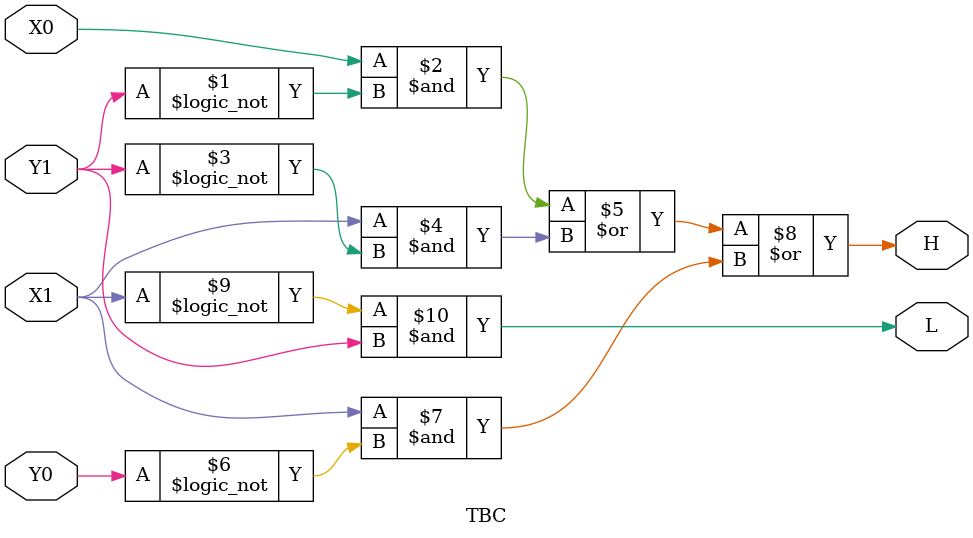
<source format=v>
`timescale 1ns / 1ps

// Two-Bit Comparator
module TBC(
input X0,X1,Y0,Y1, // X and Y are the two bits from different pixels where 0 is LSB and 1 is MSB
output H,L // H -> X > Y , L -> X < Y
    );

assign H = ((X0) & (!Y1)) | (X1 & (!Y1)) | (X1 & (!Y0));
assign L = (!X1) & Y1;

endmodule

</source>
